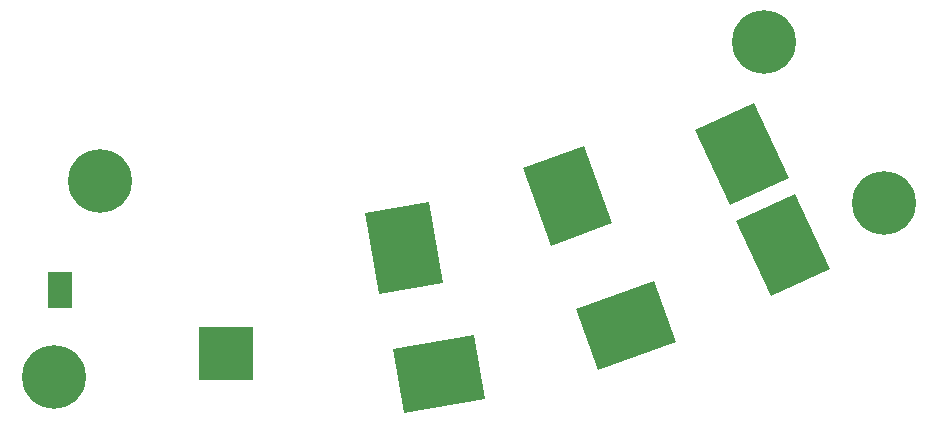
<source format=gbr>
G04 #@! TF.GenerationSoftware,KiCad,Pcbnew,(5.1.10)-1*
G04 #@! TF.CreationDate,2022-10-21T14:01:49-07:00*
G04 #@! TF.ProjectId,Motor_Gen2P,4d6f746f-725f-4476-956e-32502e6b6963,rev?*
G04 #@! TF.SameCoordinates,Original*
G04 #@! TF.FileFunction,Soldermask,Bot*
G04 #@! TF.FilePolarity,Negative*
%FSLAX46Y46*%
G04 Gerber Fmt 4.6, Leading zero omitted, Abs format (unit mm)*
G04 Created by KiCad (PCBNEW (5.1.10)-1) date 2022-10-21 14:01:49*
%MOMM*%
%LPD*%
G01*
G04 APERTURE LIST*
%ADD10C,0.100000*%
%ADD11C,0.800000*%
%ADD12C,5.400000*%
G04 APERTURE END LIST*
D10*
G36*
X83800000Y-84900000D02*
G01*
X81800000Y-84900000D01*
X81800000Y-81900000D01*
X83800000Y-81900000D01*
X83800000Y-84900000D01*
G37*
X83800000Y-84900000D02*
X81800000Y-84900000D01*
X81800000Y-81900000D01*
X83800000Y-81900000D01*
X83800000Y-84900000D01*
G36*
X99100000Y-91000000D02*
G01*
X94600000Y-91000000D01*
X94600000Y-86600000D01*
X99100000Y-86600000D01*
X99100000Y-91000000D01*
G37*
X99100000Y-91000000D02*
X94600000Y-91000000D01*
X94600000Y-86600000D01*
X99100000Y-86600000D01*
X99100000Y-91000000D01*
G36*
X122067021Y-73125247D02*
G01*
X127235330Y-71244136D01*
X129629471Y-77821985D01*
X124461162Y-79703096D01*
X122067021Y-73125247D01*
G37*
G36*
X128425247Y-90232979D02*
G01*
X126544136Y-85064670D01*
X133121985Y-82670529D01*
X135003096Y-87838838D01*
X128425247Y-90232979D01*
G37*
G36*
X136603444Y-69928218D02*
G01*
X141588136Y-67603818D01*
X144546464Y-73947972D01*
X139561772Y-76272372D01*
X136603444Y-69928218D01*
G37*
G36*
X140103444Y-77628218D02*
G01*
X145088136Y-75303818D01*
X148046464Y-81647972D01*
X143061772Y-83972372D01*
X140103444Y-77628218D01*
G37*
G36*
X108684010Y-76930705D02*
G01*
X114100453Y-75975640D01*
X115315990Y-82869295D01*
X109899547Y-83824360D01*
X108684010Y-76930705D01*
G37*
G36*
X111969624Y-93903836D02*
G01*
X111014559Y-88487393D01*
X117908214Y-87271856D01*
X118863279Y-92688299D01*
X111969624Y-93903836D01*
G37*
D11*
X154052457Y-74642585D03*
X152620566Y-74049476D03*
X151188675Y-74642585D03*
X150595566Y-76074476D03*
X151188675Y-77506367D03*
X152620566Y-78099476D03*
X154052457Y-77506367D03*
X154645566Y-76074476D03*
D12*
X152620566Y-76074476D03*
D11*
X143850604Y-61025316D03*
X142418713Y-60432207D03*
X140986822Y-61025316D03*
X140393713Y-62457207D03*
X140986822Y-63889098D03*
X142418713Y-64482207D03*
X143850604Y-63889098D03*
X144443713Y-62457207D03*
D12*
X142418713Y-62457207D03*
D11*
X83795475Y-89371230D03*
X82363584Y-88778121D03*
X80931693Y-89371230D03*
X80338584Y-90803121D03*
X80931693Y-92235012D03*
X82363584Y-92828121D03*
X83795475Y-92235012D03*
X84388584Y-90803121D03*
D12*
X82363584Y-90803121D03*
D11*
X87669284Y-72803145D03*
X86237393Y-72210036D03*
X84805502Y-72803145D03*
X84212393Y-74235036D03*
X84805502Y-75666927D03*
X86237393Y-76260036D03*
X87669284Y-75666927D03*
X88262393Y-74235036D03*
D12*
X86237393Y-74235036D03*
M02*

</source>
